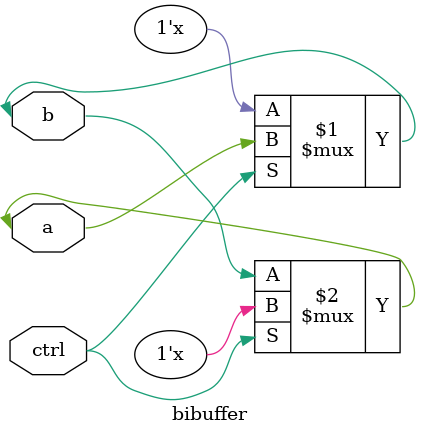
<source format=v>
module bibuffer(a,b,ctrl);
inout a,b;
input ctrl;
bufif1 d1(b,a,ctrl);
bufif0 d2(a,b,ctrl);
endmodule

</source>
